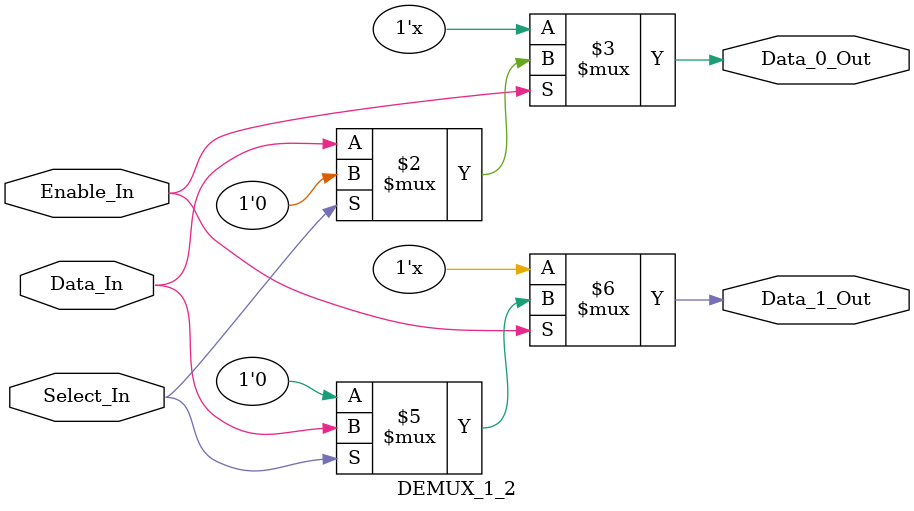
<source format=v>
/*
Verilog Code, to implement a 1:2 DEMUX.



Author : Prasad Narayan Ghatol
*/



module DEMUX_1_2 (
    input  Enable_In,

    input  Data_In,
    
    input  Select_In,
    
    output Data_0_Out,
    output Data_1_Out
);



// --------------------------------------------------
// 1:2 DEMUX Logic
// --------------------------------------------------
assign Data_0_Out = Enable_In ? ((Select_In == 1'd0) ? Data_In : 1'b0) : 1'bZ;
assign Data_1_Out = Enable_In ? ((Select_In == 1'd1) ? Data_In : 1'b0) : 1'bZ;



endmodule
</source>
